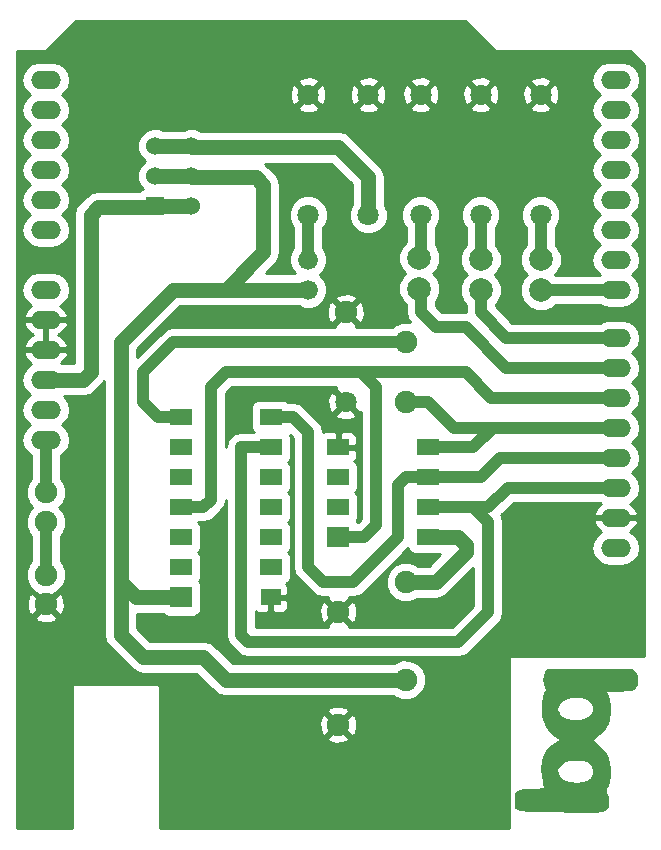
<source format=gtl>
G04 (created by PCBNEW (2013-jul-07)-stable) date Wed 25 Feb 2015 16:28:17 CET*
%MOIN*%
G04 Gerber Fmt 3.4, Leading zero omitted, Abs format*
%FSLAX34Y34*%
G01*
G70*
G90*
G04 APERTURE LIST*
%ADD10C,0.00590551*%
%ADD11C,0.0001*%
%ADD12O,0.1X0.06*%
%ADD13R,0.06X0.06*%
%ADD14C,0.06*%
%ADD15C,0.066*%
%ADD16C,0.0748031*%
%ADD17R,0.0748031X0.0708661*%
%ADD18R,0.0748031X0.0551181*%
%ADD19R,0.0669291X0.0551181*%
%ADD20C,0.0708661*%
%ADD21C,0.0787402*%
%ADD22C,0.04*%
%ADD23C,0.05*%
%ADD24C,0.01*%
G04 APERTURE END LIST*
G54D10*
G54D11*
G36*
X79214Y-48683D02*
X78982Y-48681D01*
X78695Y-48677D01*
X78401Y-48673D01*
X78044Y-48668D01*
X77748Y-48663D01*
X77507Y-48657D01*
X77316Y-48648D01*
X77168Y-48636D01*
X77058Y-48619D01*
X76981Y-48596D01*
X76930Y-48565D01*
X76899Y-48524D01*
X76884Y-48474D01*
X76878Y-48411D01*
X76876Y-48335D01*
X76875Y-48313D01*
X76876Y-48192D01*
X76887Y-48092D01*
X76902Y-48041D01*
X76959Y-47975D01*
X77044Y-47929D01*
X77169Y-47900D01*
X77342Y-47886D01*
X77498Y-47883D01*
X77646Y-47881D01*
X77765Y-47875D01*
X77843Y-47867D01*
X77866Y-47858D01*
X77857Y-47814D01*
X77834Y-47729D01*
X77821Y-47684D01*
X78943Y-47684D01*
X79118Y-47668D01*
X79276Y-47621D01*
X79403Y-47542D01*
X79434Y-47509D01*
X79491Y-47394D01*
X79494Y-47266D01*
X79447Y-47143D01*
X79357Y-47041D01*
X79277Y-46995D01*
X79158Y-46965D01*
X79002Y-46951D01*
X78835Y-46954D01*
X78683Y-46973D01*
X78579Y-47004D01*
X78466Y-47078D01*
X78379Y-47171D01*
X78336Y-47265D01*
X78333Y-47289D01*
X78348Y-47363D01*
X78384Y-47452D01*
X78385Y-47454D01*
X78472Y-47554D01*
X78604Y-47627D01*
X78766Y-47670D01*
X78943Y-47684D01*
X77821Y-47684D01*
X77816Y-47670D01*
X77775Y-47458D01*
X77768Y-47222D01*
X77793Y-46992D01*
X77837Y-46830D01*
X77933Y-46640D01*
X78064Y-46472D01*
X78214Y-46347D01*
X78261Y-46319D01*
X78377Y-46260D01*
X78228Y-46158D01*
X78064Y-46012D01*
X77931Y-45818D01*
X77847Y-45633D01*
X77840Y-45603D01*
X79028Y-45603D01*
X79197Y-45569D01*
X79335Y-45503D01*
X79435Y-45413D01*
X79491Y-45304D01*
X79497Y-45184D01*
X79444Y-45059D01*
X79414Y-45020D01*
X79293Y-44924D01*
X79135Y-44866D01*
X78956Y-44846D01*
X78773Y-44862D01*
X78604Y-44915D01*
X78466Y-45005D01*
X78436Y-45035D01*
X78356Y-45153D01*
X78339Y-45261D01*
X78383Y-45369D01*
X78403Y-45396D01*
X78505Y-45494D01*
X78638Y-45559D01*
X78819Y-45597D01*
X78835Y-45599D01*
X79028Y-45603D01*
X77840Y-45603D01*
X77801Y-45454D01*
X77783Y-45245D01*
X77791Y-45030D01*
X77826Y-44836D01*
X77860Y-44738D01*
X77901Y-44640D01*
X77913Y-44579D01*
X77900Y-44532D01*
X77883Y-44506D01*
X77844Y-44406D01*
X77831Y-44273D01*
X77842Y-44133D01*
X77877Y-44014D01*
X77902Y-43971D01*
X77971Y-43883D01*
X79399Y-43883D01*
X80827Y-43883D01*
X80914Y-43986D01*
X80981Y-44111D01*
X81005Y-44261D01*
X80987Y-44409D01*
X80925Y-44534D01*
X80919Y-44540D01*
X80884Y-44578D01*
X80848Y-44604D01*
X80798Y-44621D01*
X80722Y-44632D01*
X80606Y-44638D01*
X80438Y-44643D01*
X80405Y-44644D01*
X79971Y-44655D01*
X80024Y-44794D01*
X80057Y-44926D01*
X80076Y-45112D01*
X80080Y-45250D01*
X80079Y-45410D01*
X80070Y-45525D01*
X80050Y-45618D01*
X80014Y-45710D01*
X79996Y-45750D01*
X79877Y-45946D01*
X79730Y-46107D01*
X79586Y-46207D01*
X79520Y-46244D01*
X79509Y-46268D01*
X79546Y-46294D01*
X79550Y-46296D01*
X79672Y-46386D01*
X79799Y-46514D01*
X79914Y-46660D01*
X79999Y-46802D01*
X80020Y-46853D01*
X80062Y-47031D01*
X80082Y-47239D01*
X80081Y-47453D01*
X80058Y-47652D01*
X80013Y-47813D01*
X80007Y-47828D01*
X79966Y-47926D01*
X79953Y-47987D01*
X79967Y-48034D01*
X79984Y-48061D01*
X80015Y-48145D01*
X80031Y-48265D01*
X80029Y-48391D01*
X80009Y-48495D01*
X79999Y-48518D01*
X79946Y-48577D01*
X79865Y-48634D01*
X79857Y-48638D01*
X79825Y-48652D01*
X79784Y-48663D01*
X79727Y-48672D01*
X79648Y-48678D01*
X79541Y-48682D01*
X79398Y-48683D01*
X79214Y-48683D01*
X79214Y-48683D01*
X79214Y-48683D01*
G37*
G54D12*
X61250Y-24250D03*
X61250Y-25250D03*
X61250Y-26250D03*
X61250Y-29250D03*
X61250Y-28250D03*
X61250Y-27250D03*
X61250Y-31250D03*
X61250Y-32250D03*
X61250Y-33250D03*
X61250Y-35250D03*
X61250Y-36250D03*
X80250Y-24250D03*
X80250Y-25250D03*
X80250Y-26250D03*
X80250Y-27250D03*
X80250Y-28250D03*
X80250Y-29250D03*
X80250Y-30250D03*
X80250Y-31250D03*
X80250Y-32850D03*
X80250Y-33850D03*
X80250Y-34850D03*
X80250Y-35850D03*
X80250Y-36850D03*
X80250Y-37850D03*
X80250Y-38850D03*
X80250Y-39850D03*
X61250Y-34250D03*
G54D13*
X64905Y-28460D03*
G54D14*
X64905Y-27460D03*
X64905Y-26460D03*
X66094Y-26460D03*
X66094Y-27460D03*
X66094Y-28460D03*
G54D15*
X70000Y-31250D03*
X70000Y-30250D03*
G54D16*
X73250Y-35000D03*
X73250Y-41000D03*
X73250Y-44250D03*
X71000Y-45750D03*
G54D17*
X65750Y-41500D03*
G54D18*
X65750Y-40500D03*
X65750Y-39500D03*
X65750Y-38500D03*
X65750Y-37500D03*
X65750Y-36500D03*
X65750Y-35500D03*
X68750Y-35500D03*
X68750Y-36500D03*
X68750Y-37500D03*
X68750Y-38500D03*
X68750Y-39500D03*
X68750Y-40500D03*
G54D19*
X68750Y-41500D03*
G54D20*
X71250Y-35000D03*
G54D16*
X71250Y-32000D03*
X61250Y-40750D03*
X61250Y-41734D03*
X61250Y-39000D03*
X61250Y-38000D03*
G54D17*
X71000Y-39500D03*
G54D18*
X71000Y-38500D03*
X71000Y-37500D03*
X71000Y-36500D03*
X74000Y-36500D03*
X74000Y-37500D03*
X74000Y-38500D03*
X74000Y-39500D03*
G54D20*
X77750Y-24750D03*
X77750Y-28750D03*
X75750Y-24750D03*
X75750Y-28750D03*
X73750Y-24750D03*
X73750Y-28750D03*
G54D16*
X71000Y-42000D03*
X73250Y-33000D03*
G54D21*
X77750Y-31261D03*
X77750Y-30238D03*
X75750Y-31261D03*
X75750Y-30238D03*
X73700Y-31211D03*
X73700Y-30188D03*
G54D20*
X72000Y-28750D03*
X72000Y-24750D03*
X70000Y-24750D03*
X70000Y-28750D03*
G54D22*
X73750Y-31261D02*
X73750Y-32000D01*
X76600Y-33850D02*
X80250Y-33850D01*
X75250Y-32500D02*
X76600Y-33850D01*
X74250Y-32500D02*
X75250Y-32500D01*
X73750Y-32000D02*
X74250Y-32500D01*
G54D23*
X66094Y-28460D02*
X64905Y-28460D01*
X64905Y-28460D02*
X64866Y-28500D01*
X64866Y-28500D02*
X63000Y-28500D01*
X63000Y-28500D02*
X62750Y-28750D01*
X62750Y-28750D02*
X62750Y-34000D01*
X62750Y-34000D02*
X62500Y-34250D01*
X62500Y-34250D02*
X61250Y-34250D01*
G54D22*
X61250Y-36250D02*
X61250Y-38000D01*
X74000Y-38500D02*
X75500Y-38500D01*
X75500Y-38500D02*
X75750Y-38750D01*
X68750Y-36500D02*
X67750Y-36500D01*
X67750Y-36500D02*
X67750Y-42750D01*
X67750Y-42750D02*
X68000Y-43000D01*
X68000Y-43000D02*
X75000Y-43000D01*
X75000Y-43000D02*
X76000Y-42000D01*
X76000Y-42000D02*
X76000Y-39000D01*
X76000Y-39000D02*
X75750Y-38750D01*
X75750Y-38750D02*
X75750Y-38750D01*
X80250Y-37850D02*
X76650Y-37850D01*
X76000Y-38500D02*
X74000Y-38500D01*
X76650Y-37850D02*
X76000Y-38500D01*
X61250Y-39000D02*
X61250Y-40750D01*
X77750Y-30238D02*
X77750Y-28750D01*
X75750Y-30238D02*
X75750Y-28750D01*
X73750Y-30238D02*
X73750Y-28750D01*
X65750Y-38500D02*
X66500Y-38500D01*
X67250Y-34000D02*
X71750Y-34000D01*
X66750Y-34500D02*
X67250Y-34000D01*
X66750Y-38250D02*
X66750Y-34500D01*
X66500Y-38500D02*
X66750Y-38250D01*
X71000Y-39500D02*
X71849Y-39500D01*
X72250Y-34500D02*
X71750Y-34000D01*
X72250Y-39099D02*
X72250Y-34500D01*
X71849Y-39500D02*
X72250Y-39099D01*
X80250Y-34850D02*
X76100Y-34850D01*
X75250Y-34000D02*
X72500Y-34000D01*
X76100Y-34850D02*
X75250Y-34000D01*
X71750Y-34000D02*
X72500Y-34000D01*
X80250Y-32850D02*
X76600Y-32850D01*
X75750Y-32000D02*
X75750Y-31261D01*
X76600Y-32850D02*
X75750Y-32000D01*
X80250Y-31250D02*
X77761Y-31250D01*
X77761Y-31250D02*
X77750Y-31261D01*
X68750Y-35500D02*
X69500Y-35500D01*
X73250Y-37500D02*
X74000Y-37500D01*
X73000Y-37750D02*
X73250Y-37500D01*
X73000Y-39500D02*
X73000Y-37750D01*
X71500Y-41000D02*
X73000Y-39500D01*
X70500Y-41000D02*
X71500Y-41000D01*
X70000Y-40500D02*
X70500Y-41000D01*
X70000Y-36000D02*
X70000Y-40500D01*
X69500Y-35500D02*
X70000Y-36000D01*
X80250Y-36850D02*
X76400Y-36850D01*
X75750Y-37500D02*
X74000Y-37500D01*
X76400Y-36850D02*
X75750Y-37500D01*
X74000Y-36500D02*
X75500Y-36500D01*
X75500Y-36500D02*
X76150Y-35850D01*
X73250Y-33000D02*
X65500Y-33000D01*
X65000Y-35500D02*
X65750Y-35500D01*
X64500Y-35000D02*
X65000Y-35500D01*
X64500Y-34000D02*
X64500Y-35000D01*
X65500Y-33000D02*
X64500Y-34000D01*
X73250Y-35000D02*
X74000Y-35000D01*
X74000Y-35000D02*
X74850Y-35850D01*
X80250Y-35850D02*
X76150Y-35850D01*
X76150Y-35850D02*
X74850Y-35850D01*
G54D23*
X64905Y-26460D02*
X66094Y-26460D01*
X66094Y-26460D02*
X66133Y-26500D01*
X66133Y-26500D02*
X71000Y-26500D01*
X71000Y-26500D02*
X72000Y-27500D01*
X72000Y-27500D02*
X72000Y-28750D01*
G54D22*
X70000Y-30250D02*
X70000Y-28750D01*
G54D23*
X73250Y-44250D02*
X67250Y-44250D01*
X63750Y-42750D02*
X63750Y-41000D01*
X64500Y-43500D02*
X63750Y-42750D01*
X66500Y-43500D02*
X64500Y-43500D01*
X67250Y-44250D02*
X66500Y-43500D01*
X73250Y-41000D02*
X74250Y-41000D01*
X75000Y-39500D02*
X74000Y-39500D01*
X75250Y-39750D02*
X75000Y-39500D01*
X75250Y-40000D02*
X75250Y-39750D01*
X74250Y-41000D02*
X75250Y-40000D01*
X67000Y-27500D02*
X66133Y-27500D01*
X68250Y-27500D02*
X68500Y-27750D01*
X68500Y-27750D02*
X68500Y-30000D01*
X67250Y-31250D02*
X68500Y-30000D01*
X67000Y-27500D02*
X68250Y-27500D01*
X66133Y-27500D02*
X66094Y-27460D01*
X66094Y-27460D02*
X64905Y-27460D01*
X67250Y-31250D02*
X65500Y-31250D01*
X64250Y-41500D02*
X65750Y-41500D01*
X63750Y-41000D02*
X64250Y-41500D01*
X63750Y-33000D02*
X63750Y-41000D01*
X65500Y-31250D02*
X63750Y-33000D01*
X70000Y-31250D02*
X67250Y-31250D01*
G54D10*
G36*
X71750Y-38892D02*
X71642Y-39000D01*
X71638Y-39000D01*
X71628Y-38975D01*
X71613Y-38960D01*
X71628Y-38945D01*
X71673Y-38835D01*
X71674Y-38716D01*
X71674Y-38164D01*
X71628Y-38054D01*
X71573Y-37999D01*
X71628Y-37945D01*
X71673Y-37835D01*
X71674Y-37716D01*
X71674Y-37164D01*
X71628Y-37054D01*
X71544Y-36970D01*
X71536Y-36966D01*
X71586Y-36917D01*
X71624Y-36825D01*
X71624Y-36174D01*
X71604Y-36127D01*
X71604Y-35425D01*
X71250Y-35070D01*
X71179Y-35141D01*
X71179Y-35000D01*
X70824Y-34645D01*
X70723Y-34679D01*
X70641Y-34905D01*
X70651Y-35145D01*
X70723Y-35320D01*
X70824Y-35354D01*
X71179Y-35000D01*
X71179Y-35141D01*
X70895Y-35425D01*
X70929Y-35526D01*
X71155Y-35608D01*
X71395Y-35598D01*
X71570Y-35526D01*
X71604Y-35425D01*
X71604Y-36127D01*
X71586Y-36082D01*
X71515Y-36012D01*
X71423Y-35974D01*
X71324Y-35974D01*
X71112Y-35974D01*
X71050Y-36036D01*
X71050Y-36450D01*
X71561Y-36450D01*
X71624Y-36387D01*
X71624Y-36174D01*
X71624Y-36825D01*
X71624Y-36612D01*
X71561Y-36550D01*
X71050Y-36550D01*
X71050Y-36557D01*
X70950Y-36557D01*
X70950Y-36550D01*
X70942Y-36550D01*
X70942Y-36450D01*
X70950Y-36450D01*
X70950Y-36036D01*
X70887Y-35974D01*
X70675Y-35974D01*
X70576Y-35974D01*
X70500Y-36006D01*
X70500Y-36000D01*
X70461Y-35808D01*
X70353Y-35646D01*
X70353Y-35646D01*
X69853Y-35146D01*
X69691Y-35038D01*
X69500Y-34999D01*
X69499Y-35000D01*
X69323Y-35000D01*
X69294Y-34970D01*
X69183Y-34924D01*
X69064Y-34924D01*
X68316Y-34924D01*
X68206Y-34969D01*
X68121Y-35054D01*
X68076Y-35164D01*
X68075Y-35283D01*
X68075Y-35835D01*
X68121Y-35945D01*
X68176Y-36000D01*
X67750Y-36000D01*
X67558Y-36038D01*
X67396Y-36146D01*
X67288Y-36308D01*
X67250Y-36500D01*
X67250Y-34707D01*
X67457Y-34500D01*
X70920Y-34500D01*
X70895Y-34574D01*
X71250Y-34929D01*
X71255Y-34923D01*
X71326Y-34994D01*
X71320Y-35000D01*
X71675Y-35354D01*
X71750Y-35329D01*
X71750Y-38892D01*
X71750Y-38892D01*
G37*
G54D24*
X71750Y-38892D02*
X71642Y-39000D01*
X71638Y-39000D01*
X71628Y-38975D01*
X71613Y-38960D01*
X71628Y-38945D01*
X71673Y-38835D01*
X71674Y-38716D01*
X71674Y-38164D01*
X71628Y-38054D01*
X71573Y-37999D01*
X71628Y-37945D01*
X71673Y-37835D01*
X71674Y-37716D01*
X71674Y-37164D01*
X71628Y-37054D01*
X71544Y-36970D01*
X71536Y-36966D01*
X71586Y-36917D01*
X71624Y-36825D01*
X71624Y-36174D01*
X71604Y-36127D01*
X71604Y-35425D01*
X71250Y-35070D01*
X71179Y-35141D01*
X71179Y-35000D01*
X70824Y-34645D01*
X70723Y-34679D01*
X70641Y-34905D01*
X70651Y-35145D01*
X70723Y-35320D01*
X70824Y-35354D01*
X71179Y-35000D01*
X71179Y-35141D01*
X70895Y-35425D01*
X70929Y-35526D01*
X71155Y-35608D01*
X71395Y-35598D01*
X71570Y-35526D01*
X71604Y-35425D01*
X71604Y-36127D01*
X71586Y-36082D01*
X71515Y-36012D01*
X71423Y-35974D01*
X71324Y-35974D01*
X71112Y-35974D01*
X71050Y-36036D01*
X71050Y-36450D01*
X71561Y-36450D01*
X71624Y-36387D01*
X71624Y-36174D01*
X71624Y-36825D01*
X71624Y-36612D01*
X71561Y-36550D01*
X71050Y-36550D01*
X71050Y-36557D01*
X70950Y-36557D01*
X70950Y-36550D01*
X70942Y-36550D01*
X70942Y-36450D01*
X70950Y-36450D01*
X70950Y-36036D01*
X70887Y-35974D01*
X70675Y-35974D01*
X70576Y-35974D01*
X70500Y-36006D01*
X70500Y-36000D01*
X70461Y-35808D01*
X70353Y-35646D01*
X70353Y-35646D01*
X69853Y-35146D01*
X69691Y-35038D01*
X69500Y-34999D01*
X69499Y-35000D01*
X69323Y-35000D01*
X69294Y-34970D01*
X69183Y-34924D01*
X69064Y-34924D01*
X68316Y-34924D01*
X68206Y-34969D01*
X68121Y-35054D01*
X68076Y-35164D01*
X68075Y-35283D01*
X68075Y-35835D01*
X68121Y-35945D01*
X68176Y-36000D01*
X67750Y-36000D01*
X67558Y-36038D01*
X67396Y-36146D01*
X67288Y-36308D01*
X67250Y-36500D01*
X67250Y-34707D01*
X67457Y-34500D01*
X70920Y-34500D01*
X70895Y-34574D01*
X71250Y-34929D01*
X71255Y-34923D01*
X71326Y-34994D01*
X71320Y-35000D01*
X71675Y-35354D01*
X71750Y-35329D01*
X71750Y-38892D01*
G54D10*
G36*
X75500Y-41792D02*
X74792Y-42500D01*
X71628Y-42500D01*
X71628Y-42099D01*
X71618Y-41851D01*
X71542Y-41667D01*
X71439Y-41631D01*
X71070Y-42000D01*
X71439Y-42368D01*
X71542Y-42332D01*
X71628Y-42099D01*
X71628Y-42500D01*
X71347Y-42500D01*
X71368Y-42439D01*
X71000Y-42070D01*
X70929Y-42141D01*
X70929Y-42000D01*
X70560Y-41631D01*
X70457Y-41667D01*
X70371Y-41900D01*
X70381Y-42148D01*
X70457Y-42332D01*
X70560Y-42368D01*
X70929Y-42000D01*
X70929Y-42141D01*
X70631Y-42439D01*
X70652Y-42500D01*
X69334Y-42500D01*
X69334Y-41825D01*
X69334Y-41612D01*
X69272Y-41550D01*
X68800Y-41550D01*
X68800Y-41963D01*
X68862Y-42025D01*
X69035Y-42025D01*
X69134Y-42025D01*
X69226Y-41987D01*
X69296Y-41917D01*
X69334Y-41825D01*
X69334Y-42500D01*
X68250Y-42500D01*
X68250Y-41963D01*
X68273Y-41987D01*
X68365Y-42025D01*
X68464Y-42025D01*
X68637Y-42025D01*
X68700Y-41963D01*
X68700Y-41550D01*
X68692Y-41550D01*
X68692Y-41450D01*
X68700Y-41450D01*
X68700Y-41442D01*
X68800Y-41442D01*
X68800Y-41450D01*
X69272Y-41450D01*
X69334Y-41387D01*
X69334Y-41174D01*
X69296Y-41082D01*
X69258Y-41044D01*
X69293Y-41030D01*
X69378Y-40945D01*
X69423Y-40835D01*
X69424Y-40716D01*
X69424Y-40164D01*
X69378Y-40054D01*
X69323Y-39999D01*
X69378Y-39945D01*
X69423Y-39835D01*
X69424Y-39716D01*
X69424Y-39164D01*
X69378Y-39054D01*
X69323Y-38999D01*
X69378Y-38945D01*
X69423Y-38835D01*
X69424Y-38716D01*
X69424Y-38164D01*
X69378Y-38054D01*
X69323Y-37999D01*
X69378Y-37945D01*
X69423Y-37835D01*
X69424Y-37716D01*
X69424Y-37164D01*
X69378Y-37054D01*
X69323Y-36999D01*
X69378Y-36945D01*
X69423Y-36835D01*
X69424Y-36716D01*
X69424Y-36164D01*
X69400Y-36107D01*
X69500Y-36207D01*
X69500Y-40499D01*
X69499Y-40500D01*
X69538Y-40691D01*
X69646Y-40853D01*
X70146Y-41353D01*
X70146Y-41353D01*
X70308Y-41461D01*
X70500Y-41500D01*
X70652Y-41500D01*
X70631Y-41560D01*
X71000Y-41929D01*
X71368Y-41560D01*
X71347Y-41500D01*
X71499Y-41500D01*
X71500Y-41500D01*
X71500Y-41500D01*
X71691Y-41461D01*
X71853Y-41353D01*
X73339Y-39867D01*
X73371Y-39945D01*
X73455Y-40029D01*
X73566Y-40075D01*
X73685Y-40075D01*
X74396Y-40075D01*
X74022Y-40450D01*
X73653Y-40450D01*
X73632Y-40428D01*
X73384Y-40326D01*
X73116Y-40325D01*
X72868Y-40428D01*
X72678Y-40617D01*
X72576Y-40865D01*
X72575Y-41133D01*
X72678Y-41381D01*
X72867Y-41571D01*
X73115Y-41673D01*
X73383Y-41674D01*
X73631Y-41571D01*
X73653Y-41550D01*
X74250Y-41550D01*
X74460Y-41508D01*
X74638Y-41388D01*
X75500Y-40527D01*
X75500Y-41792D01*
X75500Y-41792D01*
G37*
G54D24*
X75500Y-41792D02*
X74792Y-42500D01*
X71628Y-42500D01*
X71628Y-42099D01*
X71618Y-41851D01*
X71542Y-41667D01*
X71439Y-41631D01*
X71070Y-42000D01*
X71439Y-42368D01*
X71542Y-42332D01*
X71628Y-42099D01*
X71628Y-42500D01*
X71347Y-42500D01*
X71368Y-42439D01*
X71000Y-42070D01*
X70929Y-42141D01*
X70929Y-42000D01*
X70560Y-41631D01*
X70457Y-41667D01*
X70371Y-41900D01*
X70381Y-42148D01*
X70457Y-42332D01*
X70560Y-42368D01*
X70929Y-42000D01*
X70929Y-42141D01*
X70631Y-42439D01*
X70652Y-42500D01*
X69334Y-42500D01*
X69334Y-41825D01*
X69334Y-41612D01*
X69272Y-41550D01*
X68800Y-41550D01*
X68800Y-41963D01*
X68862Y-42025D01*
X69035Y-42025D01*
X69134Y-42025D01*
X69226Y-41987D01*
X69296Y-41917D01*
X69334Y-41825D01*
X69334Y-42500D01*
X68250Y-42500D01*
X68250Y-41963D01*
X68273Y-41987D01*
X68365Y-42025D01*
X68464Y-42025D01*
X68637Y-42025D01*
X68700Y-41963D01*
X68700Y-41550D01*
X68692Y-41550D01*
X68692Y-41450D01*
X68700Y-41450D01*
X68700Y-41442D01*
X68800Y-41442D01*
X68800Y-41450D01*
X69272Y-41450D01*
X69334Y-41387D01*
X69334Y-41174D01*
X69296Y-41082D01*
X69258Y-41044D01*
X69293Y-41030D01*
X69378Y-40945D01*
X69423Y-40835D01*
X69424Y-40716D01*
X69424Y-40164D01*
X69378Y-40054D01*
X69323Y-39999D01*
X69378Y-39945D01*
X69423Y-39835D01*
X69424Y-39716D01*
X69424Y-39164D01*
X69378Y-39054D01*
X69323Y-38999D01*
X69378Y-38945D01*
X69423Y-38835D01*
X69424Y-38716D01*
X69424Y-38164D01*
X69378Y-38054D01*
X69323Y-37999D01*
X69378Y-37945D01*
X69423Y-37835D01*
X69424Y-37716D01*
X69424Y-37164D01*
X69378Y-37054D01*
X69323Y-36999D01*
X69378Y-36945D01*
X69423Y-36835D01*
X69424Y-36716D01*
X69424Y-36164D01*
X69400Y-36107D01*
X69500Y-36207D01*
X69500Y-40499D01*
X69499Y-40500D01*
X69538Y-40691D01*
X69646Y-40853D01*
X70146Y-41353D01*
X70146Y-41353D01*
X70308Y-41461D01*
X70500Y-41500D01*
X70652Y-41500D01*
X70631Y-41560D01*
X71000Y-41929D01*
X71368Y-41560D01*
X71347Y-41500D01*
X71499Y-41500D01*
X71500Y-41500D01*
X71500Y-41500D01*
X71691Y-41461D01*
X71853Y-41353D01*
X73339Y-39867D01*
X73371Y-39945D01*
X73455Y-40029D01*
X73566Y-40075D01*
X73685Y-40075D01*
X74396Y-40075D01*
X74022Y-40450D01*
X73653Y-40450D01*
X73632Y-40428D01*
X73384Y-40326D01*
X73116Y-40325D01*
X72868Y-40428D01*
X72678Y-40617D01*
X72576Y-40865D01*
X72575Y-41133D01*
X72678Y-41381D01*
X72867Y-41571D01*
X73115Y-41673D01*
X73383Y-41674D01*
X73631Y-41571D01*
X73653Y-41550D01*
X74250Y-41550D01*
X74460Y-41508D01*
X74638Y-41388D01*
X75500Y-40527D01*
X75500Y-41792D01*
G54D10*
G36*
X81200Y-43450D02*
X81065Y-43450D01*
X81065Y-39850D01*
X81065Y-37850D01*
X81020Y-37620D01*
X80889Y-37425D01*
X80776Y-37350D01*
X80889Y-37274D01*
X81020Y-37079D01*
X81065Y-36850D01*
X81020Y-36620D01*
X80889Y-36425D01*
X80776Y-36350D01*
X80889Y-36274D01*
X81020Y-36079D01*
X81065Y-35850D01*
X81020Y-35620D01*
X80889Y-35425D01*
X80776Y-35350D01*
X80889Y-35274D01*
X81020Y-35079D01*
X81065Y-34850D01*
X81020Y-34620D01*
X80889Y-34425D01*
X80776Y-34350D01*
X80889Y-34274D01*
X81020Y-34079D01*
X81065Y-33850D01*
X81020Y-33620D01*
X80889Y-33425D01*
X80776Y-33350D01*
X80889Y-33274D01*
X81020Y-33079D01*
X81065Y-32850D01*
X81065Y-31250D01*
X81020Y-31020D01*
X80889Y-30825D01*
X80776Y-30750D01*
X80889Y-30674D01*
X81020Y-30479D01*
X81065Y-30250D01*
X81020Y-30020D01*
X80889Y-29825D01*
X80776Y-29750D01*
X80889Y-29674D01*
X81020Y-29479D01*
X81065Y-29250D01*
X81020Y-29020D01*
X80889Y-28825D01*
X80776Y-28750D01*
X80889Y-28674D01*
X81020Y-28479D01*
X81065Y-28250D01*
X81020Y-28020D01*
X80889Y-27825D01*
X80776Y-27750D01*
X80889Y-27674D01*
X81020Y-27479D01*
X81065Y-27250D01*
X81020Y-27020D01*
X80889Y-26825D01*
X80776Y-26750D01*
X80889Y-26674D01*
X81020Y-26479D01*
X81065Y-26250D01*
X81020Y-26020D01*
X80889Y-25825D01*
X80776Y-25750D01*
X80889Y-25674D01*
X81020Y-25479D01*
X81065Y-25250D01*
X81020Y-25020D01*
X80889Y-24825D01*
X80776Y-24750D01*
X80889Y-24674D01*
X81020Y-24479D01*
X81065Y-24250D01*
X81020Y-24020D01*
X80889Y-23825D01*
X80695Y-23695D01*
X80465Y-23650D01*
X80034Y-23650D01*
X79804Y-23695D01*
X79610Y-23825D01*
X79479Y-24020D01*
X79434Y-24250D01*
X79479Y-24479D01*
X79610Y-24674D01*
X79723Y-24750D01*
X79610Y-24825D01*
X79479Y-25020D01*
X79434Y-25250D01*
X79479Y-25479D01*
X79610Y-25674D01*
X79723Y-25750D01*
X79610Y-25825D01*
X79479Y-26020D01*
X79434Y-26250D01*
X79479Y-26479D01*
X79610Y-26674D01*
X79723Y-26750D01*
X79610Y-26825D01*
X79479Y-27020D01*
X79434Y-27250D01*
X79479Y-27479D01*
X79610Y-27674D01*
X79723Y-27750D01*
X79610Y-27825D01*
X79479Y-28020D01*
X79434Y-28250D01*
X79479Y-28479D01*
X79610Y-28674D01*
X79723Y-28750D01*
X79610Y-28825D01*
X79479Y-29020D01*
X79434Y-29250D01*
X79479Y-29479D01*
X79610Y-29674D01*
X79723Y-29750D01*
X79610Y-29825D01*
X79479Y-30020D01*
X79434Y-30250D01*
X79479Y-30479D01*
X79610Y-30674D01*
X79723Y-30750D01*
X78219Y-30750D01*
X78219Y-30749D01*
X78337Y-30631D01*
X78443Y-30376D01*
X78443Y-30100D01*
X78338Y-29845D01*
X78250Y-29757D01*
X78250Y-29175D01*
X78304Y-29121D01*
X78404Y-28880D01*
X78404Y-28620D01*
X78358Y-28510D01*
X78358Y-24844D01*
X78348Y-24604D01*
X78276Y-24429D01*
X78175Y-24395D01*
X78104Y-24466D01*
X78104Y-24324D01*
X78070Y-24223D01*
X77844Y-24141D01*
X77604Y-24151D01*
X77429Y-24223D01*
X77395Y-24324D01*
X77750Y-24679D01*
X78104Y-24324D01*
X78104Y-24466D01*
X77820Y-24750D01*
X78175Y-25104D01*
X78276Y-25070D01*
X78358Y-24844D01*
X78358Y-28510D01*
X78305Y-28379D01*
X78121Y-28195D01*
X78104Y-28188D01*
X78104Y-25175D01*
X77750Y-24820D01*
X77679Y-24891D01*
X77679Y-24750D01*
X77324Y-24395D01*
X77223Y-24429D01*
X77141Y-24655D01*
X77151Y-24895D01*
X77223Y-25070D01*
X77324Y-25104D01*
X77679Y-24750D01*
X77679Y-24891D01*
X77395Y-25175D01*
X77429Y-25276D01*
X77655Y-25358D01*
X77895Y-25348D01*
X78070Y-25276D01*
X78104Y-25175D01*
X78104Y-28188D01*
X77880Y-28095D01*
X77620Y-28095D01*
X77379Y-28194D01*
X77195Y-28378D01*
X77095Y-28619D01*
X77095Y-28879D01*
X77194Y-29120D01*
X77250Y-29175D01*
X77250Y-29757D01*
X77162Y-29844D01*
X77056Y-30099D01*
X77056Y-30375D01*
X77161Y-30630D01*
X77280Y-30750D01*
X77162Y-30868D01*
X77056Y-31123D01*
X77056Y-31399D01*
X77161Y-31654D01*
X77356Y-31849D01*
X77611Y-31955D01*
X77887Y-31955D01*
X78142Y-31850D01*
X78242Y-31750D01*
X79723Y-31750D01*
X79804Y-31804D01*
X80034Y-31850D01*
X80465Y-31850D01*
X80695Y-31804D01*
X80889Y-31674D01*
X81020Y-31479D01*
X81065Y-31250D01*
X81065Y-32850D01*
X81020Y-32620D01*
X80889Y-32425D01*
X80695Y-32295D01*
X80465Y-32250D01*
X80034Y-32250D01*
X79804Y-32295D01*
X79723Y-32350D01*
X76807Y-32350D01*
X76250Y-31792D01*
X76250Y-31742D01*
X76337Y-31655D01*
X76443Y-31400D01*
X76443Y-31124D01*
X76338Y-30869D01*
X76219Y-30749D01*
X76337Y-30631D01*
X76443Y-30376D01*
X76443Y-30100D01*
X76338Y-29845D01*
X76250Y-29757D01*
X76250Y-29175D01*
X76304Y-29121D01*
X76404Y-28880D01*
X76404Y-28620D01*
X76358Y-28510D01*
X76358Y-24844D01*
X76348Y-24604D01*
X76276Y-24429D01*
X76175Y-24395D01*
X76104Y-24466D01*
X76104Y-24324D01*
X76070Y-24223D01*
X75844Y-24141D01*
X75604Y-24151D01*
X75429Y-24223D01*
X75395Y-24324D01*
X75750Y-24679D01*
X76104Y-24324D01*
X76104Y-24466D01*
X75820Y-24750D01*
X76175Y-25104D01*
X76276Y-25070D01*
X76358Y-24844D01*
X76358Y-28510D01*
X76305Y-28379D01*
X76121Y-28195D01*
X76104Y-28188D01*
X76104Y-25175D01*
X75750Y-24820D01*
X75679Y-24891D01*
X75679Y-24750D01*
X75324Y-24395D01*
X75223Y-24429D01*
X75141Y-24655D01*
X75151Y-24895D01*
X75223Y-25070D01*
X75324Y-25104D01*
X75679Y-24750D01*
X75679Y-24891D01*
X75395Y-25175D01*
X75429Y-25276D01*
X75655Y-25358D01*
X75895Y-25348D01*
X76070Y-25276D01*
X76104Y-25175D01*
X76104Y-28188D01*
X75880Y-28095D01*
X75620Y-28095D01*
X75379Y-28194D01*
X75195Y-28378D01*
X75095Y-28619D01*
X75095Y-28879D01*
X75194Y-29120D01*
X75250Y-29175D01*
X75250Y-29757D01*
X75162Y-29844D01*
X75056Y-30099D01*
X75056Y-30375D01*
X75161Y-30630D01*
X75280Y-30750D01*
X75162Y-30868D01*
X75056Y-31123D01*
X75056Y-31399D01*
X75161Y-31654D01*
X75250Y-31742D01*
X75250Y-31999D01*
X75249Y-31999D01*
X75249Y-32000D01*
X74457Y-32000D01*
X74250Y-31792D01*
X74250Y-31642D01*
X74287Y-31605D01*
X74393Y-31350D01*
X74393Y-31074D01*
X74288Y-30819D01*
X74169Y-30699D01*
X74287Y-30581D01*
X74393Y-30326D01*
X74393Y-30050D01*
X74288Y-29795D01*
X74250Y-29757D01*
X74250Y-29175D01*
X74304Y-29121D01*
X74404Y-28880D01*
X74404Y-28620D01*
X74358Y-28510D01*
X74358Y-24844D01*
X74348Y-24604D01*
X74276Y-24429D01*
X74175Y-24395D01*
X74104Y-24466D01*
X74104Y-24324D01*
X74070Y-24223D01*
X73844Y-24141D01*
X73604Y-24151D01*
X73429Y-24223D01*
X73395Y-24324D01*
X73750Y-24679D01*
X74104Y-24324D01*
X74104Y-24466D01*
X73820Y-24750D01*
X74175Y-25104D01*
X74276Y-25070D01*
X74358Y-24844D01*
X74358Y-28510D01*
X74305Y-28379D01*
X74121Y-28195D01*
X74104Y-28188D01*
X74104Y-25175D01*
X73750Y-24820D01*
X73679Y-24891D01*
X73679Y-24750D01*
X73324Y-24395D01*
X73223Y-24429D01*
X73141Y-24655D01*
X73151Y-24895D01*
X73223Y-25070D01*
X73324Y-25104D01*
X73679Y-24750D01*
X73679Y-24891D01*
X73395Y-25175D01*
X73429Y-25276D01*
X73655Y-25358D01*
X73895Y-25348D01*
X74070Y-25276D01*
X74104Y-25175D01*
X74104Y-28188D01*
X73880Y-28095D01*
X73620Y-28095D01*
X73379Y-28194D01*
X73195Y-28378D01*
X73095Y-28619D01*
X73095Y-28879D01*
X73194Y-29120D01*
X73250Y-29175D01*
X73250Y-29657D01*
X73112Y-29794D01*
X73006Y-30049D01*
X73006Y-30325D01*
X73111Y-30580D01*
X73230Y-30700D01*
X73112Y-30818D01*
X73006Y-31073D01*
X73006Y-31349D01*
X73111Y-31604D01*
X73250Y-31742D01*
X73250Y-31999D01*
X73249Y-32000D01*
X73288Y-32191D01*
X73378Y-32326D01*
X73116Y-32325D01*
X72868Y-32428D01*
X72796Y-32500D01*
X71878Y-32500D01*
X71878Y-32099D01*
X71868Y-31851D01*
X71792Y-31667D01*
X71689Y-31631D01*
X71618Y-31701D01*
X71618Y-31560D01*
X71582Y-31457D01*
X71349Y-31371D01*
X71101Y-31381D01*
X70917Y-31457D01*
X70881Y-31560D01*
X71250Y-31929D01*
X71618Y-31560D01*
X71618Y-31701D01*
X71320Y-32000D01*
X71689Y-32368D01*
X71792Y-32332D01*
X71878Y-32099D01*
X71878Y-32500D01*
X71597Y-32500D01*
X71618Y-32439D01*
X71250Y-32070D01*
X71179Y-32141D01*
X71179Y-32000D01*
X70810Y-31631D01*
X70707Y-31667D01*
X70621Y-31900D01*
X70631Y-32148D01*
X70707Y-32332D01*
X70810Y-32368D01*
X71179Y-32000D01*
X71179Y-32141D01*
X70881Y-32439D01*
X70902Y-32500D01*
X65500Y-32500D01*
X65308Y-32538D01*
X65146Y-32646D01*
X65146Y-32646D01*
X64300Y-33492D01*
X64300Y-33227D01*
X65727Y-31800D01*
X67250Y-31800D01*
X69681Y-31800D01*
X69874Y-31879D01*
X70124Y-31880D01*
X70356Y-31784D01*
X70533Y-31607D01*
X70629Y-31375D01*
X70630Y-31125D01*
X70534Y-30893D01*
X70390Y-30749D01*
X70533Y-30607D01*
X70629Y-30375D01*
X70630Y-30125D01*
X70534Y-29893D01*
X70500Y-29859D01*
X70500Y-29175D01*
X70554Y-29121D01*
X70654Y-28880D01*
X70654Y-28620D01*
X70555Y-28379D01*
X70371Y-28195D01*
X70130Y-28095D01*
X69870Y-28095D01*
X69629Y-28194D01*
X69445Y-28378D01*
X69345Y-28619D01*
X69345Y-28879D01*
X69444Y-29120D01*
X69500Y-29175D01*
X69500Y-29858D01*
X69466Y-29892D01*
X69370Y-30124D01*
X69369Y-30374D01*
X69465Y-30606D01*
X69559Y-30700D01*
X68577Y-30700D01*
X68888Y-30388D01*
X69008Y-30210D01*
X69050Y-30000D01*
X69050Y-27750D01*
X69008Y-27539D01*
X68888Y-27361D01*
X68888Y-27361D01*
X68638Y-27111D01*
X68547Y-27050D01*
X70772Y-27050D01*
X71450Y-27727D01*
X71450Y-28374D01*
X71445Y-28378D01*
X71345Y-28619D01*
X71345Y-28879D01*
X71444Y-29120D01*
X71628Y-29304D01*
X71869Y-29404D01*
X72129Y-29404D01*
X72370Y-29305D01*
X72554Y-29121D01*
X72654Y-28880D01*
X72654Y-28620D01*
X72608Y-28510D01*
X72608Y-24844D01*
X72598Y-24604D01*
X72526Y-24429D01*
X72425Y-24395D01*
X72354Y-24466D01*
X72354Y-24324D01*
X72320Y-24223D01*
X72094Y-24141D01*
X71854Y-24151D01*
X71679Y-24223D01*
X71645Y-24324D01*
X72000Y-24679D01*
X72354Y-24324D01*
X72354Y-24466D01*
X72070Y-24750D01*
X72425Y-25104D01*
X72526Y-25070D01*
X72608Y-24844D01*
X72608Y-28510D01*
X72555Y-28379D01*
X72550Y-28374D01*
X72550Y-27500D01*
X72508Y-27289D01*
X72388Y-27111D01*
X72354Y-27076D01*
X72354Y-25175D01*
X72000Y-24820D01*
X71929Y-24891D01*
X71929Y-24750D01*
X71574Y-24395D01*
X71473Y-24429D01*
X71391Y-24655D01*
X71401Y-24895D01*
X71473Y-25070D01*
X71574Y-25104D01*
X71929Y-24750D01*
X71929Y-24891D01*
X71645Y-25175D01*
X71679Y-25276D01*
X71905Y-25358D01*
X72145Y-25348D01*
X72320Y-25276D01*
X72354Y-25175D01*
X72354Y-27076D01*
X71388Y-26111D01*
X71210Y-25991D01*
X71000Y-25950D01*
X70608Y-25950D01*
X70608Y-24844D01*
X70598Y-24604D01*
X70526Y-24429D01*
X70425Y-24395D01*
X70354Y-24466D01*
X70354Y-24324D01*
X70320Y-24223D01*
X70094Y-24141D01*
X69854Y-24151D01*
X69679Y-24223D01*
X69645Y-24324D01*
X70000Y-24679D01*
X70354Y-24324D01*
X70354Y-24466D01*
X70070Y-24750D01*
X70425Y-25104D01*
X70526Y-25070D01*
X70608Y-24844D01*
X70608Y-25950D01*
X70354Y-25950D01*
X70354Y-25175D01*
X70000Y-24820D01*
X69929Y-24891D01*
X69929Y-24750D01*
X69574Y-24395D01*
X69473Y-24429D01*
X69391Y-24655D01*
X69401Y-24895D01*
X69473Y-25070D01*
X69574Y-25104D01*
X69929Y-24750D01*
X69929Y-24891D01*
X69645Y-25175D01*
X69679Y-25276D01*
X69905Y-25358D01*
X70145Y-25348D01*
X70320Y-25276D01*
X70354Y-25175D01*
X70354Y-25950D01*
X66429Y-25950D01*
X66214Y-25860D01*
X65975Y-25860D01*
X65854Y-25910D01*
X65145Y-25910D01*
X65025Y-25860D01*
X64786Y-25860D01*
X64566Y-25951D01*
X64397Y-26120D01*
X64305Y-26340D01*
X64305Y-26579D01*
X64396Y-26800D01*
X64556Y-26960D01*
X64397Y-27120D01*
X64305Y-27340D01*
X64305Y-27579D01*
X64396Y-27800D01*
X64483Y-27886D01*
X64435Y-27906D01*
X64391Y-27950D01*
X63000Y-27950D01*
X62789Y-27991D01*
X62611Y-28111D01*
X62361Y-28361D01*
X62241Y-28539D01*
X62200Y-28750D01*
X62200Y-33700D01*
X62065Y-33700D01*
X62065Y-31250D01*
X62065Y-29250D01*
X62020Y-29020D01*
X61889Y-28825D01*
X61776Y-28750D01*
X61889Y-28674D01*
X62020Y-28479D01*
X62065Y-28250D01*
X62020Y-28020D01*
X61889Y-27825D01*
X61776Y-27750D01*
X61889Y-27674D01*
X62020Y-27479D01*
X62065Y-27250D01*
X62020Y-27020D01*
X61889Y-26825D01*
X61776Y-26750D01*
X61889Y-26674D01*
X62020Y-26479D01*
X62065Y-26250D01*
X62020Y-26020D01*
X61889Y-25825D01*
X61776Y-25750D01*
X61889Y-25674D01*
X62020Y-25479D01*
X62065Y-25250D01*
X62020Y-25020D01*
X61889Y-24825D01*
X61776Y-24750D01*
X61889Y-24674D01*
X62020Y-24479D01*
X62065Y-24250D01*
X62020Y-24020D01*
X61889Y-23825D01*
X61695Y-23695D01*
X61465Y-23650D01*
X61034Y-23650D01*
X60804Y-23695D01*
X60610Y-23825D01*
X60479Y-24020D01*
X60434Y-24250D01*
X60479Y-24479D01*
X60610Y-24674D01*
X60723Y-24750D01*
X60610Y-24825D01*
X60479Y-25020D01*
X60434Y-25250D01*
X60479Y-25479D01*
X60610Y-25674D01*
X60723Y-25750D01*
X60610Y-25825D01*
X60479Y-26020D01*
X60434Y-26250D01*
X60479Y-26479D01*
X60610Y-26674D01*
X60723Y-26750D01*
X60610Y-26825D01*
X60479Y-27020D01*
X60434Y-27250D01*
X60479Y-27479D01*
X60610Y-27674D01*
X60723Y-27750D01*
X60610Y-27825D01*
X60479Y-28020D01*
X60434Y-28250D01*
X60479Y-28479D01*
X60610Y-28674D01*
X60723Y-28750D01*
X60610Y-28825D01*
X60479Y-29020D01*
X60434Y-29250D01*
X60479Y-29479D01*
X60610Y-29674D01*
X60804Y-29804D01*
X61034Y-29850D01*
X61465Y-29850D01*
X61695Y-29804D01*
X61889Y-29674D01*
X62020Y-29479D01*
X62065Y-29250D01*
X62065Y-31250D01*
X62020Y-31020D01*
X61889Y-30825D01*
X61695Y-30695D01*
X61465Y-30650D01*
X61034Y-30650D01*
X60804Y-30695D01*
X60610Y-30825D01*
X60479Y-31020D01*
X60434Y-31250D01*
X60479Y-31479D01*
X60610Y-31674D01*
X60769Y-31780D01*
X60625Y-31896D01*
X60522Y-32085D01*
X60516Y-32114D01*
X60565Y-32200D01*
X61200Y-32200D01*
X61200Y-32192D01*
X61300Y-32192D01*
X61300Y-32200D01*
X61934Y-32200D01*
X61983Y-32114D01*
X61977Y-32085D01*
X61874Y-31896D01*
X61730Y-31780D01*
X61889Y-31674D01*
X62020Y-31479D01*
X62065Y-31250D01*
X62065Y-33700D01*
X61754Y-33700D01*
X61874Y-33603D01*
X61977Y-33414D01*
X61983Y-33385D01*
X61983Y-33114D01*
X61977Y-33085D01*
X61874Y-32896D01*
X61706Y-32761D01*
X61669Y-32750D01*
X61706Y-32738D01*
X61874Y-32603D01*
X61977Y-32414D01*
X61983Y-32385D01*
X61934Y-32300D01*
X61300Y-32300D01*
X61300Y-32700D01*
X61300Y-32800D01*
X61300Y-33200D01*
X61934Y-33200D01*
X61983Y-33114D01*
X61983Y-33385D01*
X61934Y-33300D01*
X61300Y-33300D01*
X61300Y-33307D01*
X61200Y-33307D01*
X61200Y-33300D01*
X61200Y-33200D01*
X61200Y-32800D01*
X61200Y-32700D01*
X61200Y-32300D01*
X60565Y-32300D01*
X60516Y-32385D01*
X60522Y-32414D01*
X60625Y-32603D01*
X60793Y-32738D01*
X60830Y-32750D01*
X60793Y-32761D01*
X60625Y-32896D01*
X60522Y-33085D01*
X60516Y-33114D01*
X60565Y-33200D01*
X61200Y-33200D01*
X61200Y-33300D01*
X60565Y-33300D01*
X60516Y-33385D01*
X60522Y-33414D01*
X60625Y-33603D01*
X60769Y-33719D01*
X60610Y-33825D01*
X60479Y-34020D01*
X60434Y-34250D01*
X60479Y-34479D01*
X60610Y-34674D01*
X60723Y-34750D01*
X60610Y-34825D01*
X60479Y-35020D01*
X60434Y-35250D01*
X60479Y-35479D01*
X60610Y-35674D01*
X60723Y-35750D01*
X60610Y-35825D01*
X60479Y-36020D01*
X60434Y-36250D01*
X60479Y-36479D01*
X60610Y-36674D01*
X60750Y-36767D01*
X60750Y-37546D01*
X60678Y-37617D01*
X60576Y-37865D01*
X60575Y-38133D01*
X60678Y-38381D01*
X60796Y-38500D01*
X60678Y-38617D01*
X60576Y-38865D01*
X60575Y-39133D01*
X60678Y-39381D01*
X60750Y-39453D01*
X60750Y-40296D01*
X60678Y-40367D01*
X60576Y-40615D01*
X60575Y-40883D01*
X60678Y-41131D01*
X60867Y-41321D01*
X60935Y-41349D01*
X61250Y-41663D01*
X61563Y-41349D01*
X61631Y-41321D01*
X61821Y-41132D01*
X61923Y-40884D01*
X61924Y-40616D01*
X61821Y-40368D01*
X61750Y-40296D01*
X61750Y-39453D01*
X61821Y-39382D01*
X61923Y-39134D01*
X61924Y-38866D01*
X61821Y-38618D01*
X61703Y-38499D01*
X61821Y-38382D01*
X61923Y-38134D01*
X61924Y-37866D01*
X61821Y-37618D01*
X61750Y-37546D01*
X61750Y-36767D01*
X61889Y-36674D01*
X62020Y-36479D01*
X62065Y-36250D01*
X62020Y-36020D01*
X61889Y-35825D01*
X61776Y-35750D01*
X61889Y-35674D01*
X62020Y-35479D01*
X62065Y-35250D01*
X62020Y-35020D01*
X61889Y-34825D01*
X61851Y-34800D01*
X62500Y-34800D01*
X62710Y-34758D01*
X62888Y-34638D01*
X63138Y-34388D01*
X63138Y-34388D01*
X63200Y-34297D01*
X63200Y-41000D01*
X63200Y-42750D01*
X63241Y-42960D01*
X63361Y-43138D01*
X64111Y-43888D01*
X64111Y-43888D01*
X64182Y-43936D01*
X64289Y-44008D01*
X64499Y-44049D01*
X64500Y-44050D01*
X66272Y-44050D01*
X66861Y-44638D01*
X66861Y-44638D01*
X66932Y-44686D01*
X67039Y-44758D01*
X67249Y-44799D01*
X67250Y-44800D01*
X72846Y-44800D01*
X72867Y-44821D01*
X73115Y-44923D01*
X73383Y-44924D01*
X73631Y-44821D01*
X73821Y-44632D01*
X73923Y-44384D01*
X73924Y-44116D01*
X73821Y-43868D01*
X73632Y-43678D01*
X73384Y-43576D01*
X73116Y-43575D01*
X72868Y-43678D01*
X72846Y-43700D01*
X67477Y-43700D01*
X66888Y-43111D01*
X66710Y-42991D01*
X66500Y-42950D01*
X64727Y-42950D01*
X64300Y-42522D01*
X64300Y-42050D01*
X65147Y-42050D01*
X65205Y-42108D01*
X65316Y-42154D01*
X65435Y-42154D01*
X66183Y-42154D01*
X66293Y-42108D01*
X66378Y-42024D01*
X66423Y-41914D01*
X66424Y-41794D01*
X66424Y-41086D01*
X66378Y-40975D01*
X66363Y-40960D01*
X66378Y-40945D01*
X66423Y-40835D01*
X66424Y-40716D01*
X66424Y-40164D01*
X66378Y-40054D01*
X66323Y-39999D01*
X66378Y-39945D01*
X66423Y-39835D01*
X66424Y-39716D01*
X66424Y-39164D01*
X66378Y-39054D01*
X66323Y-39000D01*
X66499Y-39000D01*
X66500Y-39000D01*
X66500Y-39000D01*
X66691Y-38961D01*
X66853Y-38853D01*
X67103Y-38603D01*
X67103Y-38603D01*
X67103Y-38603D01*
X67211Y-38441D01*
X67250Y-38250D01*
X67250Y-42749D01*
X67249Y-42750D01*
X67288Y-42941D01*
X67396Y-43103D01*
X67646Y-43353D01*
X67646Y-43353D01*
X67808Y-43461D01*
X68000Y-43500D01*
X74999Y-43500D01*
X75000Y-43500D01*
X75000Y-43500D01*
X75191Y-43461D01*
X75353Y-43353D01*
X76353Y-42353D01*
X76353Y-42353D01*
X76353Y-42353D01*
X76461Y-42191D01*
X76500Y-42000D01*
X76500Y-39000D01*
X76461Y-38808D01*
X76436Y-38770D01*
X76857Y-38350D01*
X79723Y-38350D01*
X79769Y-38380D01*
X79625Y-38496D01*
X79522Y-38685D01*
X79516Y-38714D01*
X79565Y-38800D01*
X80200Y-38800D01*
X80200Y-38792D01*
X80300Y-38792D01*
X80300Y-38800D01*
X80934Y-38800D01*
X80983Y-38714D01*
X80977Y-38685D01*
X80874Y-38496D01*
X80730Y-38380D01*
X80889Y-38274D01*
X81020Y-38079D01*
X81065Y-37850D01*
X81065Y-39850D01*
X81020Y-39620D01*
X80889Y-39425D01*
X80730Y-39319D01*
X80874Y-39203D01*
X80977Y-39014D01*
X80983Y-38985D01*
X80934Y-38900D01*
X80300Y-38900D01*
X80300Y-38907D01*
X80200Y-38907D01*
X80200Y-38900D01*
X79565Y-38900D01*
X79516Y-38985D01*
X79522Y-39014D01*
X79625Y-39203D01*
X79769Y-39319D01*
X79610Y-39425D01*
X79479Y-39620D01*
X79434Y-39850D01*
X79479Y-40079D01*
X79610Y-40274D01*
X79804Y-40404D01*
X80034Y-40450D01*
X80465Y-40450D01*
X80695Y-40404D01*
X80889Y-40274D01*
X81020Y-40079D01*
X81065Y-39850D01*
X81065Y-43450D01*
X79500Y-43450D01*
X76700Y-43450D01*
X76700Y-49200D01*
X71628Y-49200D01*
X71628Y-45849D01*
X71618Y-45601D01*
X71542Y-45417D01*
X71439Y-45381D01*
X71368Y-45451D01*
X71368Y-45310D01*
X71332Y-45207D01*
X71099Y-45121D01*
X70851Y-45131D01*
X70667Y-45207D01*
X70631Y-45310D01*
X71000Y-45679D01*
X71368Y-45310D01*
X71368Y-45451D01*
X71070Y-45750D01*
X71439Y-46118D01*
X71542Y-46082D01*
X71628Y-45849D01*
X71628Y-49200D01*
X71368Y-49200D01*
X71368Y-46189D01*
X71000Y-45820D01*
X70929Y-45891D01*
X70929Y-45750D01*
X70560Y-45381D01*
X70457Y-45417D01*
X70371Y-45650D01*
X70381Y-45898D01*
X70457Y-46082D01*
X70560Y-46118D01*
X70929Y-45750D01*
X70929Y-45891D01*
X70631Y-46189D01*
X70667Y-46292D01*
X70900Y-46378D01*
X71148Y-46368D01*
X71332Y-46292D01*
X71368Y-46189D01*
X71368Y-49200D01*
X65250Y-49200D01*
X65050Y-49200D01*
X65050Y-44488D01*
X65043Y-44453D01*
X65023Y-44424D01*
X64994Y-44405D01*
X64960Y-44398D01*
X62204Y-44398D01*
X62170Y-44405D01*
X62141Y-44424D01*
X62122Y-44453D01*
X62115Y-44488D01*
X62115Y-49200D01*
X62000Y-49200D01*
X61878Y-49200D01*
X61878Y-41833D01*
X61868Y-41585D01*
X61792Y-41401D01*
X61689Y-41365D01*
X61320Y-41734D01*
X61689Y-42103D01*
X61792Y-42066D01*
X61878Y-41833D01*
X61878Y-49200D01*
X61618Y-49200D01*
X61618Y-42173D01*
X61250Y-41804D01*
X61179Y-41875D01*
X61179Y-41734D01*
X60810Y-41365D01*
X60707Y-41401D01*
X60621Y-41634D01*
X60631Y-41882D01*
X60707Y-42066D01*
X60810Y-42103D01*
X61179Y-41734D01*
X61179Y-41875D01*
X60881Y-42173D01*
X60917Y-42276D01*
X61150Y-42362D01*
X61398Y-42352D01*
X61582Y-42276D01*
X61618Y-42173D01*
X61618Y-49200D01*
X60300Y-49200D01*
X60300Y-23300D01*
X61270Y-23300D01*
X62270Y-22300D01*
X75229Y-22300D01*
X76229Y-23300D01*
X80729Y-23300D01*
X81200Y-23770D01*
X81200Y-43450D01*
X81200Y-43450D01*
G37*
G54D24*
X81200Y-43450D02*
X81065Y-43450D01*
X81065Y-39850D01*
X81065Y-37850D01*
X81020Y-37620D01*
X80889Y-37425D01*
X80776Y-37350D01*
X80889Y-37274D01*
X81020Y-37079D01*
X81065Y-36850D01*
X81020Y-36620D01*
X80889Y-36425D01*
X80776Y-36350D01*
X80889Y-36274D01*
X81020Y-36079D01*
X81065Y-35850D01*
X81020Y-35620D01*
X80889Y-35425D01*
X80776Y-35350D01*
X80889Y-35274D01*
X81020Y-35079D01*
X81065Y-34850D01*
X81020Y-34620D01*
X80889Y-34425D01*
X80776Y-34350D01*
X80889Y-34274D01*
X81020Y-34079D01*
X81065Y-33850D01*
X81020Y-33620D01*
X80889Y-33425D01*
X80776Y-33350D01*
X80889Y-33274D01*
X81020Y-33079D01*
X81065Y-32850D01*
X81065Y-31250D01*
X81020Y-31020D01*
X80889Y-30825D01*
X80776Y-30750D01*
X80889Y-30674D01*
X81020Y-30479D01*
X81065Y-30250D01*
X81020Y-30020D01*
X80889Y-29825D01*
X80776Y-29750D01*
X80889Y-29674D01*
X81020Y-29479D01*
X81065Y-29250D01*
X81020Y-29020D01*
X80889Y-28825D01*
X80776Y-28750D01*
X80889Y-28674D01*
X81020Y-28479D01*
X81065Y-28250D01*
X81020Y-28020D01*
X80889Y-27825D01*
X80776Y-27750D01*
X80889Y-27674D01*
X81020Y-27479D01*
X81065Y-27250D01*
X81020Y-27020D01*
X80889Y-26825D01*
X80776Y-26750D01*
X80889Y-26674D01*
X81020Y-26479D01*
X81065Y-26250D01*
X81020Y-26020D01*
X80889Y-25825D01*
X80776Y-25750D01*
X80889Y-25674D01*
X81020Y-25479D01*
X81065Y-25250D01*
X81020Y-25020D01*
X80889Y-24825D01*
X80776Y-24750D01*
X80889Y-24674D01*
X81020Y-24479D01*
X81065Y-24250D01*
X81020Y-24020D01*
X80889Y-23825D01*
X80695Y-23695D01*
X80465Y-23650D01*
X80034Y-23650D01*
X79804Y-23695D01*
X79610Y-23825D01*
X79479Y-24020D01*
X79434Y-24250D01*
X79479Y-24479D01*
X79610Y-24674D01*
X79723Y-24750D01*
X79610Y-24825D01*
X79479Y-25020D01*
X79434Y-25250D01*
X79479Y-25479D01*
X79610Y-25674D01*
X79723Y-25750D01*
X79610Y-25825D01*
X79479Y-26020D01*
X79434Y-26250D01*
X79479Y-26479D01*
X79610Y-26674D01*
X79723Y-26750D01*
X79610Y-26825D01*
X79479Y-27020D01*
X79434Y-27250D01*
X79479Y-27479D01*
X79610Y-27674D01*
X79723Y-27750D01*
X79610Y-27825D01*
X79479Y-28020D01*
X79434Y-28250D01*
X79479Y-28479D01*
X79610Y-28674D01*
X79723Y-28750D01*
X79610Y-28825D01*
X79479Y-29020D01*
X79434Y-29250D01*
X79479Y-29479D01*
X79610Y-29674D01*
X79723Y-29750D01*
X79610Y-29825D01*
X79479Y-30020D01*
X79434Y-30250D01*
X79479Y-30479D01*
X79610Y-30674D01*
X79723Y-30750D01*
X78219Y-30750D01*
X78219Y-30749D01*
X78337Y-30631D01*
X78443Y-30376D01*
X78443Y-30100D01*
X78338Y-29845D01*
X78250Y-29757D01*
X78250Y-29175D01*
X78304Y-29121D01*
X78404Y-28880D01*
X78404Y-28620D01*
X78358Y-28510D01*
X78358Y-24844D01*
X78348Y-24604D01*
X78276Y-24429D01*
X78175Y-24395D01*
X78104Y-24466D01*
X78104Y-24324D01*
X78070Y-24223D01*
X77844Y-24141D01*
X77604Y-24151D01*
X77429Y-24223D01*
X77395Y-24324D01*
X77750Y-24679D01*
X78104Y-24324D01*
X78104Y-24466D01*
X77820Y-24750D01*
X78175Y-25104D01*
X78276Y-25070D01*
X78358Y-24844D01*
X78358Y-28510D01*
X78305Y-28379D01*
X78121Y-28195D01*
X78104Y-28188D01*
X78104Y-25175D01*
X77750Y-24820D01*
X77679Y-24891D01*
X77679Y-24750D01*
X77324Y-24395D01*
X77223Y-24429D01*
X77141Y-24655D01*
X77151Y-24895D01*
X77223Y-25070D01*
X77324Y-25104D01*
X77679Y-24750D01*
X77679Y-24891D01*
X77395Y-25175D01*
X77429Y-25276D01*
X77655Y-25358D01*
X77895Y-25348D01*
X78070Y-25276D01*
X78104Y-25175D01*
X78104Y-28188D01*
X77880Y-28095D01*
X77620Y-28095D01*
X77379Y-28194D01*
X77195Y-28378D01*
X77095Y-28619D01*
X77095Y-28879D01*
X77194Y-29120D01*
X77250Y-29175D01*
X77250Y-29757D01*
X77162Y-29844D01*
X77056Y-30099D01*
X77056Y-30375D01*
X77161Y-30630D01*
X77280Y-30750D01*
X77162Y-30868D01*
X77056Y-31123D01*
X77056Y-31399D01*
X77161Y-31654D01*
X77356Y-31849D01*
X77611Y-31955D01*
X77887Y-31955D01*
X78142Y-31850D01*
X78242Y-31750D01*
X79723Y-31750D01*
X79804Y-31804D01*
X80034Y-31850D01*
X80465Y-31850D01*
X80695Y-31804D01*
X80889Y-31674D01*
X81020Y-31479D01*
X81065Y-31250D01*
X81065Y-32850D01*
X81020Y-32620D01*
X80889Y-32425D01*
X80695Y-32295D01*
X80465Y-32250D01*
X80034Y-32250D01*
X79804Y-32295D01*
X79723Y-32350D01*
X76807Y-32350D01*
X76250Y-31792D01*
X76250Y-31742D01*
X76337Y-31655D01*
X76443Y-31400D01*
X76443Y-31124D01*
X76338Y-30869D01*
X76219Y-30749D01*
X76337Y-30631D01*
X76443Y-30376D01*
X76443Y-30100D01*
X76338Y-29845D01*
X76250Y-29757D01*
X76250Y-29175D01*
X76304Y-29121D01*
X76404Y-28880D01*
X76404Y-28620D01*
X76358Y-28510D01*
X76358Y-24844D01*
X76348Y-24604D01*
X76276Y-24429D01*
X76175Y-24395D01*
X76104Y-24466D01*
X76104Y-24324D01*
X76070Y-24223D01*
X75844Y-24141D01*
X75604Y-24151D01*
X75429Y-24223D01*
X75395Y-24324D01*
X75750Y-24679D01*
X76104Y-24324D01*
X76104Y-24466D01*
X75820Y-24750D01*
X76175Y-25104D01*
X76276Y-25070D01*
X76358Y-24844D01*
X76358Y-28510D01*
X76305Y-28379D01*
X76121Y-28195D01*
X76104Y-28188D01*
X76104Y-25175D01*
X75750Y-24820D01*
X75679Y-24891D01*
X75679Y-24750D01*
X75324Y-24395D01*
X75223Y-24429D01*
X75141Y-24655D01*
X75151Y-24895D01*
X75223Y-25070D01*
X75324Y-25104D01*
X75679Y-24750D01*
X75679Y-24891D01*
X75395Y-25175D01*
X75429Y-25276D01*
X75655Y-25358D01*
X75895Y-25348D01*
X76070Y-25276D01*
X76104Y-25175D01*
X76104Y-28188D01*
X75880Y-28095D01*
X75620Y-28095D01*
X75379Y-28194D01*
X75195Y-28378D01*
X75095Y-28619D01*
X75095Y-28879D01*
X75194Y-29120D01*
X75250Y-29175D01*
X75250Y-29757D01*
X75162Y-29844D01*
X75056Y-30099D01*
X75056Y-30375D01*
X75161Y-30630D01*
X75280Y-30750D01*
X75162Y-30868D01*
X75056Y-31123D01*
X75056Y-31399D01*
X75161Y-31654D01*
X75250Y-31742D01*
X75250Y-31999D01*
X75249Y-31999D01*
X75249Y-32000D01*
X74457Y-32000D01*
X74250Y-31792D01*
X74250Y-31642D01*
X74287Y-31605D01*
X74393Y-31350D01*
X74393Y-31074D01*
X74288Y-30819D01*
X74169Y-30699D01*
X74287Y-30581D01*
X74393Y-30326D01*
X74393Y-30050D01*
X74288Y-29795D01*
X74250Y-29757D01*
X74250Y-29175D01*
X74304Y-29121D01*
X74404Y-28880D01*
X74404Y-28620D01*
X74358Y-28510D01*
X74358Y-24844D01*
X74348Y-24604D01*
X74276Y-24429D01*
X74175Y-24395D01*
X74104Y-24466D01*
X74104Y-24324D01*
X74070Y-24223D01*
X73844Y-24141D01*
X73604Y-24151D01*
X73429Y-24223D01*
X73395Y-24324D01*
X73750Y-24679D01*
X74104Y-24324D01*
X74104Y-24466D01*
X73820Y-24750D01*
X74175Y-25104D01*
X74276Y-25070D01*
X74358Y-24844D01*
X74358Y-28510D01*
X74305Y-28379D01*
X74121Y-28195D01*
X74104Y-28188D01*
X74104Y-25175D01*
X73750Y-24820D01*
X73679Y-24891D01*
X73679Y-24750D01*
X73324Y-24395D01*
X73223Y-24429D01*
X73141Y-24655D01*
X73151Y-24895D01*
X73223Y-25070D01*
X73324Y-25104D01*
X73679Y-24750D01*
X73679Y-24891D01*
X73395Y-25175D01*
X73429Y-25276D01*
X73655Y-25358D01*
X73895Y-25348D01*
X74070Y-25276D01*
X74104Y-25175D01*
X74104Y-28188D01*
X73880Y-28095D01*
X73620Y-28095D01*
X73379Y-28194D01*
X73195Y-28378D01*
X73095Y-28619D01*
X73095Y-28879D01*
X73194Y-29120D01*
X73250Y-29175D01*
X73250Y-29657D01*
X73112Y-29794D01*
X73006Y-30049D01*
X73006Y-30325D01*
X73111Y-30580D01*
X73230Y-30700D01*
X73112Y-30818D01*
X73006Y-31073D01*
X73006Y-31349D01*
X73111Y-31604D01*
X73250Y-31742D01*
X73250Y-31999D01*
X73249Y-32000D01*
X73288Y-32191D01*
X73378Y-32326D01*
X73116Y-32325D01*
X72868Y-32428D01*
X72796Y-32500D01*
X71878Y-32500D01*
X71878Y-32099D01*
X71868Y-31851D01*
X71792Y-31667D01*
X71689Y-31631D01*
X71618Y-31701D01*
X71618Y-31560D01*
X71582Y-31457D01*
X71349Y-31371D01*
X71101Y-31381D01*
X70917Y-31457D01*
X70881Y-31560D01*
X71250Y-31929D01*
X71618Y-31560D01*
X71618Y-31701D01*
X71320Y-32000D01*
X71689Y-32368D01*
X71792Y-32332D01*
X71878Y-32099D01*
X71878Y-32500D01*
X71597Y-32500D01*
X71618Y-32439D01*
X71250Y-32070D01*
X71179Y-32141D01*
X71179Y-32000D01*
X70810Y-31631D01*
X70707Y-31667D01*
X70621Y-31900D01*
X70631Y-32148D01*
X70707Y-32332D01*
X70810Y-32368D01*
X71179Y-32000D01*
X71179Y-32141D01*
X70881Y-32439D01*
X70902Y-32500D01*
X65500Y-32500D01*
X65308Y-32538D01*
X65146Y-32646D01*
X65146Y-32646D01*
X64300Y-33492D01*
X64300Y-33227D01*
X65727Y-31800D01*
X67250Y-31800D01*
X69681Y-31800D01*
X69874Y-31879D01*
X70124Y-31880D01*
X70356Y-31784D01*
X70533Y-31607D01*
X70629Y-31375D01*
X70630Y-31125D01*
X70534Y-30893D01*
X70390Y-30749D01*
X70533Y-30607D01*
X70629Y-30375D01*
X70630Y-30125D01*
X70534Y-29893D01*
X70500Y-29859D01*
X70500Y-29175D01*
X70554Y-29121D01*
X70654Y-28880D01*
X70654Y-28620D01*
X70555Y-28379D01*
X70371Y-28195D01*
X70130Y-28095D01*
X69870Y-28095D01*
X69629Y-28194D01*
X69445Y-28378D01*
X69345Y-28619D01*
X69345Y-28879D01*
X69444Y-29120D01*
X69500Y-29175D01*
X69500Y-29858D01*
X69466Y-29892D01*
X69370Y-30124D01*
X69369Y-30374D01*
X69465Y-30606D01*
X69559Y-30700D01*
X68577Y-30700D01*
X68888Y-30388D01*
X69008Y-30210D01*
X69050Y-30000D01*
X69050Y-27750D01*
X69008Y-27539D01*
X68888Y-27361D01*
X68888Y-27361D01*
X68638Y-27111D01*
X68547Y-27050D01*
X70772Y-27050D01*
X71450Y-27727D01*
X71450Y-28374D01*
X71445Y-28378D01*
X71345Y-28619D01*
X71345Y-28879D01*
X71444Y-29120D01*
X71628Y-29304D01*
X71869Y-29404D01*
X72129Y-29404D01*
X72370Y-29305D01*
X72554Y-29121D01*
X72654Y-28880D01*
X72654Y-28620D01*
X72608Y-28510D01*
X72608Y-24844D01*
X72598Y-24604D01*
X72526Y-24429D01*
X72425Y-24395D01*
X72354Y-24466D01*
X72354Y-24324D01*
X72320Y-24223D01*
X72094Y-24141D01*
X71854Y-24151D01*
X71679Y-24223D01*
X71645Y-24324D01*
X72000Y-24679D01*
X72354Y-24324D01*
X72354Y-24466D01*
X72070Y-24750D01*
X72425Y-25104D01*
X72526Y-25070D01*
X72608Y-24844D01*
X72608Y-28510D01*
X72555Y-28379D01*
X72550Y-28374D01*
X72550Y-27500D01*
X72508Y-27289D01*
X72388Y-27111D01*
X72354Y-27076D01*
X72354Y-25175D01*
X72000Y-24820D01*
X71929Y-24891D01*
X71929Y-24750D01*
X71574Y-24395D01*
X71473Y-24429D01*
X71391Y-24655D01*
X71401Y-24895D01*
X71473Y-25070D01*
X71574Y-25104D01*
X71929Y-24750D01*
X71929Y-24891D01*
X71645Y-25175D01*
X71679Y-25276D01*
X71905Y-25358D01*
X72145Y-25348D01*
X72320Y-25276D01*
X72354Y-25175D01*
X72354Y-27076D01*
X71388Y-26111D01*
X71210Y-25991D01*
X71000Y-25950D01*
X70608Y-25950D01*
X70608Y-24844D01*
X70598Y-24604D01*
X70526Y-24429D01*
X70425Y-24395D01*
X70354Y-24466D01*
X70354Y-24324D01*
X70320Y-24223D01*
X70094Y-24141D01*
X69854Y-24151D01*
X69679Y-24223D01*
X69645Y-24324D01*
X70000Y-24679D01*
X70354Y-24324D01*
X70354Y-24466D01*
X70070Y-24750D01*
X70425Y-25104D01*
X70526Y-25070D01*
X70608Y-24844D01*
X70608Y-25950D01*
X70354Y-25950D01*
X70354Y-25175D01*
X70000Y-24820D01*
X69929Y-24891D01*
X69929Y-24750D01*
X69574Y-24395D01*
X69473Y-24429D01*
X69391Y-24655D01*
X69401Y-24895D01*
X69473Y-25070D01*
X69574Y-25104D01*
X69929Y-24750D01*
X69929Y-24891D01*
X69645Y-25175D01*
X69679Y-25276D01*
X69905Y-25358D01*
X70145Y-25348D01*
X70320Y-25276D01*
X70354Y-25175D01*
X70354Y-25950D01*
X66429Y-25950D01*
X66214Y-25860D01*
X65975Y-25860D01*
X65854Y-25910D01*
X65145Y-25910D01*
X65025Y-25860D01*
X64786Y-25860D01*
X64566Y-25951D01*
X64397Y-26120D01*
X64305Y-26340D01*
X64305Y-26579D01*
X64396Y-26800D01*
X64556Y-26960D01*
X64397Y-27120D01*
X64305Y-27340D01*
X64305Y-27579D01*
X64396Y-27800D01*
X64483Y-27886D01*
X64435Y-27906D01*
X64391Y-27950D01*
X63000Y-27950D01*
X62789Y-27991D01*
X62611Y-28111D01*
X62361Y-28361D01*
X62241Y-28539D01*
X62200Y-28750D01*
X62200Y-33700D01*
X62065Y-33700D01*
X62065Y-31250D01*
X62065Y-29250D01*
X62020Y-29020D01*
X61889Y-28825D01*
X61776Y-28750D01*
X61889Y-28674D01*
X62020Y-28479D01*
X62065Y-28250D01*
X62020Y-28020D01*
X61889Y-27825D01*
X61776Y-27750D01*
X61889Y-27674D01*
X62020Y-27479D01*
X62065Y-27250D01*
X62020Y-27020D01*
X61889Y-26825D01*
X61776Y-26750D01*
X61889Y-26674D01*
X62020Y-26479D01*
X62065Y-26250D01*
X62020Y-26020D01*
X61889Y-25825D01*
X61776Y-25750D01*
X61889Y-25674D01*
X62020Y-25479D01*
X62065Y-25250D01*
X62020Y-25020D01*
X61889Y-24825D01*
X61776Y-24750D01*
X61889Y-24674D01*
X62020Y-24479D01*
X62065Y-24250D01*
X62020Y-24020D01*
X61889Y-23825D01*
X61695Y-23695D01*
X61465Y-23650D01*
X61034Y-23650D01*
X60804Y-23695D01*
X60610Y-23825D01*
X60479Y-24020D01*
X60434Y-24250D01*
X60479Y-24479D01*
X60610Y-24674D01*
X60723Y-24750D01*
X60610Y-24825D01*
X60479Y-25020D01*
X60434Y-25250D01*
X60479Y-25479D01*
X60610Y-25674D01*
X60723Y-25750D01*
X60610Y-25825D01*
X60479Y-26020D01*
X60434Y-26250D01*
X60479Y-26479D01*
X60610Y-26674D01*
X60723Y-26750D01*
X60610Y-26825D01*
X60479Y-27020D01*
X60434Y-27250D01*
X60479Y-27479D01*
X60610Y-27674D01*
X60723Y-27750D01*
X60610Y-27825D01*
X60479Y-28020D01*
X60434Y-28250D01*
X60479Y-28479D01*
X60610Y-28674D01*
X60723Y-28750D01*
X60610Y-28825D01*
X60479Y-29020D01*
X60434Y-29250D01*
X60479Y-29479D01*
X60610Y-29674D01*
X60804Y-29804D01*
X61034Y-29850D01*
X61465Y-29850D01*
X61695Y-29804D01*
X61889Y-29674D01*
X62020Y-29479D01*
X62065Y-29250D01*
X62065Y-31250D01*
X62020Y-31020D01*
X61889Y-30825D01*
X61695Y-30695D01*
X61465Y-30650D01*
X61034Y-30650D01*
X60804Y-30695D01*
X60610Y-30825D01*
X60479Y-31020D01*
X60434Y-31250D01*
X60479Y-31479D01*
X60610Y-31674D01*
X60769Y-31780D01*
X60625Y-31896D01*
X60522Y-32085D01*
X60516Y-32114D01*
X60565Y-32200D01*
X61200Y-32200D01*
X61200Y-32192D01*
X61300Y-32192D01*
X61300Y-32200D01*
X61934Y-32200D01*
X61983Y-32114D01*
X61977Y-32085D01*
X61874Y-31896D01*
X61730Y-31780D01*
X61889Y-31674D01*
X62020Y-31479D01*
X62065Y-31250D01*
X62065Y-33700D01*
X61754Y-33700D01*
X61874Y-33603D01*
X61977Y-33414D01*
X61983Y-33385D01*
X61983Y-33114D01*
X61977Y-33085D01*
X61874Y-32896D01*
X61706Y-32761D01*
X61669Y-32750D01*
X61706Y-32738D01*
X61874Y-32603D01*
X61977Y-32414D01*
X61983Y-32385D01*
X61934Y-32300D01*
X61300Y-32300D01*
X61300Y-32700D01*
X61300Y-32800D01*
X61300Y-33200D01*
X61934Y-33200D01*
X61983Y-33114D01*
X61983Y-33385D01*
X61934Y-33300D01*
X61300Y-33300D01*
X61300Y-33307D01*
X61200Y-33307D01*
X61200Y-33300D01*
X61200Y-33200D01*
X61200Y-32800D01*
X61200Y-32700D01*
X61200Y-32300D01*
X60565Y-32300D01*
X60516Y-32385D01*
X60522Y-32414D01*
X60625Y-32603D01*
X60793Y-32738D01*
X60830Y-32750D01*
X60793Y-32761D01*
X60625Y-32896D01*
X60522Y-33085D01*
X60516Y-33114D01*
X60565Y-33200D01*
X61200Y-33200D01*
X61200Y-33300D01*
X60565Y-33300D01*
X60516Y-33385D01*
X60522Y-33414D01*
X60625Y-33603D01*
X60769Y-33719D01*
X60610Y-33825D01*
X60479Y-34020D01*
X60434Y-34250D01*
X60479Y-34479D01*
X60610Y-34674D01*
X60723Y-34750D01*
X60610Y-34825D01*
X60479Y-35020D01*
X60434Y-35250D01*
X60479Y-35479D01*
X60610Y-35674D01*
X60723Y-35750D01*
X60610Y-35825D01*
X60479Y-36020D01*
X60434Y-36250D01*
X60479Y-36479D01*
X60610Y-36674D01*
X60750Y-36767D01*
X60750Y-37546D01*
X60678Y-37617D01*
X60576Y-37865D01*
X60575Y-38133D01*
X60678Y-38381D01*
X60796Y-38500D01*
X60678Y-38617D01*
X60576Y-38865D01*
X60575Y-39133D01*
X60678Y-39381D01*
X60750Y-39453D01*
X60750Y-40296D01*
X60678Y-40367D01*
X60576Y-40615D01*
X60575Y-40883D01*
X60678Y-41131D01*
X60867Y-41321D01*
X60935Y-41349D01*
X61250Y-41663D01*
X61563Y-41349D01*
X61631Y-41321D01*
X61821Y-41132D01*
X61923Y-40884D01*
X61924Y-40616D01*
X61821Y-40368D01*
X61750Y-40296D01*
X61750Y-39453D01*
X61821Y-39382D01*
X61923Y-39134D01*
X61924Y-38866D01*
X61821Y-38618D01*
X61703Y-38499D01*
X61821Y-38382D01*
X61923Y-38134D01*
X61924Y-37866D01*
X61821Y-37618D01*
X61750Y-37546D01*
X61750Y-36767D01*
X61889Y-36674D01*
X62020Y-36479D01*
X62065Y-36250D01*
X62020Y-36020D01*
X61889Y-35825D01*
X61776Y-35750D01*
X61889Y-35674D01*
X62020Y-35479D01*
X62065Y-35250D01*
X62020Y-35020D01*
X61889Y-34825D01*
X61851Y-34800D01*
X62500Y-34800D01*
X62710Y-34758D01*
X62888Y-34638D01*
X63138Y-34388D01*
X63138Y-34388D01*
X63200Y-34297D01*
X63200Y-41000D01*
X63200Y-42750D01*
X63241Y-42960D01*
X63361Y-43138D01*
X64111Y-43888D01*
X64111Y-43888D01*
X64182Y-43936D01*
X64289Y-44008D01*
X64499Y-44049D01*
X64500Y-44050D01*
X66272Y-44050D01*
X66861Y-44638D01*
X66861Y-44638D01*
X66932Y-44686D01*
X67039Y-44758D01*
X67249Y-44799D01*
X67250Y-44800D01*
X72846Y-44800D01*
X72867Y-44821D01*
X73115Y-44923D01*
X73383Y-44924D01*
X73631Y-44821D01*
X73821Y-44632D01*
X73923Y-44384D01*
X73924Y-44116D01*
X73821Y-43868D01*
X73632Y-43678D01*
X73384Y-43576D01*
X73116Y-43575D01*
X72868Y-43678D01*
X72846Y-43700D01*
X67477Y-43700D01*
X66888Y-43111D01*
X66710Y-42991D01*
X66500Y-42950D01*
X64727Y-42950D01*
X64300Y-42522D01*
X64300Y-42050D01*
X65147Y-42050D01*
X65205Y-42108D01*
X65316Y-42154D01*
X65435Y-42154D01*
X66183Y-42154D01*
X66293Y-42108D01*
X66378Y-42024D01*
X66423Y-41914D01*
X66424Y-41794D01*
X66424Y-41086D01*
X66378Y-40975D01*
X66363Y-40960D01*
X66378Y-40945D01*
X66423Y-40835D01*
X66424Y-40716D01*
X66424Y-40164D01*
X66378Y-40054D01*
X66323Y-39999D01*
X66378Y-39945D01*
X66423Y-39835D01*
X66424Y-39716D01*
X66424Y-39164D01*
X66378Y-39054D01*
X66323Y-39000D01*
X66499Y-39000D01*
X66500Y-39000D01*
X66500Y-39000D01*
X66691Y-38961D01*
X66853Y-38853D01*
X67103Y-38603D01*
X67103Y-38603D01*
X67103Y-38603D01*
X67211Y-38441D01*
X67250Y-38250D01*
X67250Y-42749D01*
X67249Y-42750D01*
X67288Y-42941D01*
X67396Y-43103D01*
X67646Y-43353D01*
X67646Y-43353D01*
X67808Y-43461D01*
X68000Y-43500D01*
X74999Y-43500D01*
X75000Y-43500D01*
X75000Y-43500D01*
X75191Y-43461D01*
X75353Y-43353D01*
X76353Y-42353D01*
X76353Y-42353D01*
X76353Y-42353D01*
X76461Y-42191D01*
X76500Y-42000D01*
X76500Y-39000D01*
X76461Y-38808D01*
X76436Y-38770D01*
X76857Y-38350D01*
X79723Y-38350D01*
X79769Y-38380D01*
X79625Y-38496D01*
X79522Y-38685D01*
X79516Y-38714D01*
X79565Y-38800D01*
X80200Y-38800D01*
X80200Y-38792D01*
X80300Y-38792D01*
X80300Y-38800D01*
X80934Y-38800D01*
X80983Y-38714D01*
X80977Y-38685D01*
X80874Y-38496D01*
X80730Y-38380D01*
X80889Y-38274D01*
X81020Y-38079D01*
X81065Y-37850D01*
X81065Y-39850D01*
X81020Y-39620D01*
X80889Y-39425D01*
X80730Y-39319D01*
X80874Y-39203D01*
X80977Y-39014D01*
X80983Y-38985D01*
X80934Y-38900D01*
X80300Y-38900D01*
X80300Y-38907D01*
X80200Y-38907D01*
X80200Y-38900D01*
X79565Y-38900D01*
X79516Y-38985D01*
X79522Y-39014D01*
X79625Y-39203D01*
X79769Y-39319D01*
X79610Y-39425D01*
X79479Y-39620D01*
X79434Y-39850D01*
X79479Y-40079D01*
X79610Y-40274D01*
X79804Y-40404D01*
X80034Y-40450D01*
X80465Y-40450D01*
X80695Y-40404D01*
X80889Y-40274D01*
X81020Y-40079D01*
X81065Y-39850D01*
X81065Y-43450D01*
X79500Y-43450D01*
X76700Y-43450D01*
X76700Y-49200D01*
X71628Y-49200D01*
X71628Y-45849D01*
X71618Y-45601D01*
X71542Y-45417D01*
X71439Y-45381D01*
X71368Y-45451D01*
X71368Y-45310D01*
X71332Y-45207D01*
X71099Y-45121D01*
X70851Y-45131D01*
X70667Y-45207D01*
X70631Y-45310D01*
X71000Y-45679D01*
X71368Y-45310D01*
X71368Y-45451D01*
X71070Y-45750D01*
X71439Y-46118D01*
X71542Y-46082D01*
X71628Y-45849D01*
X71628Y-49200D01*
X71368Y-49200D01*
X71368Y-46189D01*
X71000Y-45820D01*
X70929Y-45891D01*
X70929Y-45750D01*
X70560Y-45381D01*
X70457Y-45417D01*
X70371Y-45650D01*
X70381Y-45898D01*
X70457Y-46082D01*
X70560Y-46118D01*
X70929Y-45750D01*
X70929Y-45891D01*
X70631Y-46189D01*
X70667Y-46292D01*
X70900Y-46378D01*
X71148Y-46368D01*
X71332Y-46292D01*
X71368Y-46189D01*
X71368Y-49200D01*
X65250Y-49200D01*
X65050Y-49200D01*
X65050Y-44488D01*
X65043Y-44453D01*
X65023Y-44424D01*
X64994Y-44405D01*
X64960Y-44398D01*
X62204Y-44398D01*
X62170Y-44405D01*
X62141Y-44424D01*
X62122Y-44453D01*
X62115Y-44488D01*
X62115Y-49200D01*
X62000Y-49200D01*
X61878Y-49200D01*
X61878Y-41833D01*
X61868Y-41585D01*
X61792Y-41401D01*
X61689Y-41365D01*
X61320Y-41734D01*
X61689Y-42103D01*
X61792Y-42066D01*
X61878Y-41833D01*
X61878Y-49200D01*
X61618Y-49200D01*
X61618Y-42173D01*
X61250Y-41804D01*
X61179Y-41875D01*
X61179Y-41734D01*
X60810Y-41365D01*
X60707Y-41401D01*
X60621Y-41634D01*
X60631Y-41882D01*
X60707Y-42066D01*
X60810Y-42103D01*
X61179Y-41734D01*
X61179Y-41875D01*
X60881Y-42173D01*
X60917Y-42276D01*
X61150Y-42362D01*
X61398Y-42352D01*
X61582Y-42276D01*
X61618Y-42173D01*
X61618Y-49200D01*
X60300Y-49200D01*
X60300Y-23300D01*
X61270Y-23300D01*
X62270Y-22300D01*
X75229Y-22300D01*
X76229Y-23300D01*
X80729Y-23300D01*
X81200Y-23770D01*
X81200Y-43450D01*
M02*

</source>
